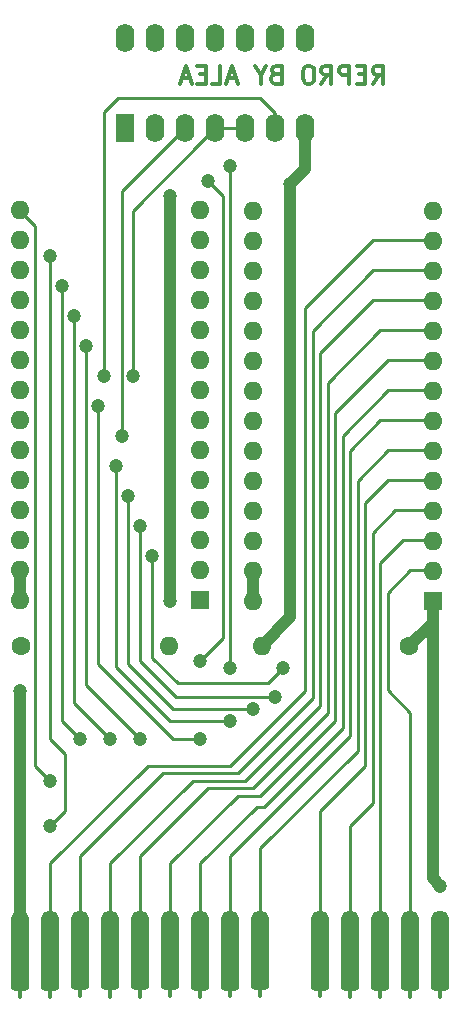
<source format=gbl>
%TF.GenerationSoftware,KiCad,Pcbnew,8.0.6+1*%
%TF.CreationDate,2024-12-12T19:09:56+01:00*%
%TF.ProjectId,QL_ROM_Cartridge_original,514c5f52-4f4d-45f4-9361-727472696467,0*%
%TF.SameCoordinates,Original*%
%TF.FileFunction,Copper,L2,Bot*%
%TF.FilePolarity,Positive*%
%FSLAX46Y46*%
G04 Gerber Fmt 4.6, Leading zero omitted, Abs format (unit mm)*
G04 Created by KiCad (PCBNEW 8.0.6+1) date 2024-12-12 19:09:56*
%MOMM*%
%LPD*%
G01*
G04 APERTURE LIST*
G04 Aperture macros list*
%AMRoundRect*
0 Rectangle with rounded corners*
0 $1 Rounding radius*
0 $2 $3 $4 $5 $6 $7 $8 $9 X,Y pos of 4 corners*
0 Add a 4 corners polygon primitive as box body*
4,1,4,$2,$3,$4,$5,$6,$7,$8,$9,$2,$3,0*
0 Add four circle primitives for the rounded corners*
1,1,$1+$1,$2,$3*
1,1,$1+$1,$4,$5*
1,1,$1+$1,$6,$7*
1,1,$1+$1,$8,$9*
0 Add four rect primitives between the rounded corners*
20,1,$1+$1,$2,$3,$4,$5,0*
20,1,$1+$1,$4,$5,$6,$7,0*
20,1,$1+$1,$6,$7,$8,$9,0*
20,1,$1+$1,$8,$9,$2,$3,0*%
G04 Aperture macros list end*
%ADD10C,0.300000*%
%TA.AperFunction,NonConductor*%
%ADD11C,0.300000*%
%TD*%
%TA.AperFunction,EtchedComponent*%
%ADD12C,0.300000*%
%TD*%
%TA.AperFunction,ComponentPad*%
%ADD13R,1.600000X1.600000*%
%TD*%
%TA.AperFunction,ComponentPad*%
%ADD14O,1.600000X1.600000*%
%TD*%
%TA.AperFunction,ConnectorPad*%
%ADD15RoundRect,0.228600X-0.533400X-2.271400X0.533400X-2.271400X0.533400X2.271400X-0.533400X2.271400X0*%
%TD*%
%TA.AperFunction,ConnectorPad*%
%ADD16RoundRect,0.762000X-0.000010X-1.738000X0.000010X-1.738000X0.000010X1.738000X-0.000010X1.738000X0*%
%TD*%
%TA.AperFunction,ComponentPad*%
%ADD17C,1.600000*%
%TD*%
%TA.AperFunction,ComponentPad*%
%ADD18R,1.600000X2.400000*%
%TD*%
%TA.AperFunction,ComponentPad*%
%ADD19O,1.600000X2.400000*%
%TD*%
%TA.AperFunction,ViaPad*%
%ADD20C,1.200000*%
%TD*%
%TA.AperFunction,Conductor*%
%ADD21C,1.000000*%
%TD*%
%TA.AperFunction,Conductor*%
%ADD22C,0.250000*%
%TD*%
%ADD23C,0.350000*%
G04 APERTURE END LIST*
D10*
D11*
X32372142Y78061672D02*
X32872142Y78775958D01*
X33229285Y78061672D02*
X33229285Y79561672D01*
X33229285Y79561672D02*
X32657856Y79561672D01*
X32657856Y79561672D02*
X32514999Y79490243D01*
X32514999Y79490243D02*
X32443570Y79418815D01*
X32443570Y79418815D02*
X32372142Y79275958D01*
X32372142Y79275958D02*
X32372142Y79061672D01*
X32372142Y79061672D02*
X32443570Y78918815D01*
X32443570Y78918815D02*
X32514999Y78847386D01*
X32514999Y78847386D02*
X32657856Y78775958D01*
X32657856Y78775958D02*
X33229285Y78775958D01*
X31729285Y78847386D02*
X31229285Y78847386D01*
X31014999Y78061672D02*
X31729285Y78061672D01*
X31729285Y78061672D02*
X31729285Y79561672D01*
X31729285Y79561672D02*
X31014999Y79561672D01*
X30372142Y78061672D02*
X30372142Y79561672D01*
X30372142Y79561672D02*
X29800713Y79561672D01*
X29800713Y79561672D02*
X29657856Y79490243D01*
X29657856Y79490243D02*
X29586427Y79418815D01*
X29586427Y79418815D02*
X29514999Y79275958D01*
X29514999Y79275958D02*
X29514999Y79061672D01*
X29514999Y79061672D02*
X29586427Y78918815D01*
X29586427Y78918815D02*
X29657856Y78847386D01*
X29657856Y78847386D02*
X29800713Y78775958D01*
X29800713Y78775958D02*
X30372142Y78775958D01*
X28014999Y78061672D02*
X28514999Y78775958D01*
X28872142Y78061672D02*
X28872142Y79561672D01*
X28872142Y79561672D02*
X28300713Y79561672D01*
X28300713Y79561672D02*
X28157856Y79490243D01*
X28157856Y79490243D02*
X28086427Y79418815D01*
X28086427Y79418815D02*
X28014999Y79275958D01*
X28014999Y79275958D02*
X28014999Y79061672D01*
X28014999Y79061672D02*
X28086427Y78918815D01*
X28086427Y78918815D02*
X28157856Y78847386D01*
X28157856Y78847386D02*
X28300713Y78775958D01*
X28300713Y78775958D02*
X28872142Y78775958D01*
X27086427Y79561672D02*
X26800713Y79561672D01*
X26800713Y79561672D02*
X26657856Y79490243D01*
X26657856Y79490243D02*
X26514999Y79347386D01*
X26514999Y79347386D02*
X26443570Y79061672D01*
X26443570Y79061672D02*
X26443570Y78561672D01*
X26443570Y78561672D02*
X26514999Y78275958D01*
X26514999Y78275958D02*
X26657856Y78133100D01*
X26657856Y78133100D02*
X26800713Y78061672D01*
X26800713Y78061672D02*
X27086427Y78061672D01*
X27086427Y78061672D02*
X27229285Y78133100D01*
X27229285Y78133100D02*
X27372142Y78275958D01*
X27372142Y78275958D02*
X27443570Y78561672D01*
X27443570Y78561672D02*
X27443570Y79061672D01*
X27443570Y79061672D02*
X27372142Y79347386D01*
X27372142Y79347386D02*
X27229285Y79490243D01*
X27229285Y79490243D02*
X27086427Y79561672D01*
X24157856Y78847386D02*
X23943570Y78775958D01*
X23943570Y78775958D02*
X23872141Y78704529D01*
X23872141Y78704529D02*
X23800713Y78561672D01*
X23800713Y78561672D02*
X23800713Y78347386D01*
X23800713Y78347386D02*
X23872141Y78204529D01*
X23872141Y78204529D02*
X23943570Y78133100D01*
X23943570Y78133100D02*
X24086427Y78061672D01*
X24086427Y78061672D02*
X24657856Y78061672D01*
X24657856Y78061672D02*
X24657856Y79561672D01*
X24657856Y79561672D02*
X24157856Y79561672D01*
X24157856Y79561672D02*
X24014999Y79490243D01*
X24014999Y79490243D02*
X23943570Y79418815D01*
X23943570Y79418815D02*
X23872141Y79275958D01*
X23872141Y79275958D02*
X23872141Y79133100D01*
X23872141Y79133100D02*
X23943570Y78990243D01*
X23943570Y78990243D02*
X24014999Y78918815D01*
X24014999Y78918815D02*
X24157856Y78847386D01*
X24157856Y78847386D02*
X24657856Y78847386D01*
X22872141Y78775958D02*
X22872141Y78061672D01*
X23372141Y79561672D02*
X22872141Y78775958D01*
X22872141Y78775958D02*
X22372141Y79561672D01*
X20800713Y78490243D02*
X20086428Y78490243D01*
X20943570Y78061672D02*
X20443570Y79561672D01*
X20443570Y79561672D02*
X19943570Y78061672D01*
X18729285Y78061672D02*
X19443571Y78061672D01*
X19443571Y78061672D02*
X19443571Y79561672D01*
X18229285Y78847386D02*
X17729285Y78847386D01*
X17514999Y78061672D02*
X18229285Y78061672D01*
X18229285Y78061672D02*
X18229285Y79561672D01*
X18229285Y79561672D02*
X17514999Y79561672D01*
X16943570Y78490243D02*
X16229285Y78490243D01*
X17086427Y78061672D02*
X16586427Y79561672D01*
X16586427Y79561672D02*
X16086427Y78061672D01*
D12*
%TO.C,J1*%
X35560000Y732800D02*
X35560000Y1317000D01*
X30480000Y732800D02*
X30480000Y1270000D01*
X20320000Y772800D02*
X20320000Y1382400D01*
X33020000Y732800D02*
X33020000Y1270000D01*
X15240000Y772800D02*
X15240000Y1382400D01*
X10160000Y747400D02*
X10160000Y1357000D01*
X7620000Y772800D02*
X7620000Y1382400D01*
X27940000Y772800D02*
X27940000Y1357000D01*
X22860000Y812800D02*
X22860000Y1397000D01*
X17780000Y747400D02*
X17780000Y1357000D01*
X2540000Y747400D02*
X2540000Y1357000D01*
X12700000Y747400D02*
X12700000Y1382400D01*
X5080000Y747400D02*
X5080000Y1357000D01*
X38100000Y747400D02*
X38100000Y1357000D01*
%TD*%
D13*
%TO.P,IC2,1,VPP*%
%TO.N,VCC*%
X37465000Y34290000D03*
D14*
%TO.P,IC2,2,A12*%
%TO.N,/A12*%
X37465000Y36830000D03*
%TO.P,IC2,3,A7*%
%TO.N,/A7*%
X37465000Y39370000D03*
%TO.P,IC2,4,A6*%
%TO.N,/A6*%
X37465000Y41910000D03*
%TO.P,IC2,5,A5*%
%TO.N,/A5*%
X37465000Y44450000D03*
%TO.P,IC2,6,A4*%
%TO.N,/A4*%
X37465000Y46990000D03*
%TO.P,IC2,7,A3*%
%TO.N,/A3*%
X37465000Y49530000D03*
%TO.P,IC2,8,A2*%
%TO.N,/A2*%
X37465000Y52070000D03*
%TO.P,IC2,9,A1*%
%TO.N,/A1*%
X37465000Y54610000D03*
%TO.P,IC2,10,A0*%
%TO.N,/A0*%
X37465000Y57150000D03*
%TO.P,IC2,11,D0*%
%TO.N,/D0*%
X37465000Y59690000D03*
%TO.P,IC2,12,D1*%
%TO.N,/D1*%
X37465000Y62230000D03*
%TO.P,IC2,13,D2*%
%TO.N,/D2*%
X37465000Y64770000D03*
%TO.P,IC2,14,GND*%
%TO.N,GND*%
X37465000Y67310000D03*
%TO.P,IC2,15,D3*%
%TO.N,/D3*%
X22225000Y67310000D03*
%TO.P,IC2,16,D4*%
%TO.N,/D4*%
X22225000Y64770000D03*
%TO.P,IC2,17,D5*%
%TO.N,/D5*%
X22225000Y62230000D03*
%TO.P,IC2,18,D6*%
%TO.N,/D6*%
X22225000Y59690000D03*
%TO.P,IC2,19,D7*%
%TO.N,/D7*%
X22225000Y57150000D03*
%TO.P,IC2,20,~{CE}*%
%TO.N,/U2_CE*%
X22225000Y54610000D03*
%TO.P,IC2,21,A10*%
%TO.N,/A10*%
X22225000Y52070000D03*
%TO.P,IC2,22,~{OE}*%
%TO.N,/U_ROMOE*%
X22225000Y49530000D03*
%TO.P,IC2,23,A11*%
%TO.N,/A11*%
X22225000Y46990000D03*
%TO.P,IC2,24,A9*%
%TO.N,/A9*%
X22225000Y44450000D03*
%TO.P,IC2,25,A8*%
%TO.N,/A8*%
X22225000Y41910000D03*
%TO.P,IC2,26,A13*%
%TO.N,/A13*%
X22225000Y39370000D03*
%TO.P,IC2,27,~{PGM}*%
%TO.N,VCC*%
X22225000Y36830000D03*
%TO.P,IC2,28,VCC*%
X22225000Y34290000D03*
%TD*%
D15*
%TO.P,J1,2,N/C*%
%TO.N,unconnected-(J1-Pad2)*%
X38100000Y3810000D03*
D16*
X38100000Y5548000D03*
D15*
%TO.P,J1,4,A12*%
%TO.N,/A12*%
X35560000Y3770000D03*
D16*
X35560000Y5548000D03*
%TO.P,J1,6,A7*%
%TO.N,/A7*%
X33020000Y5548000D03*
D15*
X33020000Y3770000D03*
D16*
%TO.P,J1,8,A6*%
%TO.N,/A6*%
X30480000Y5548000D03*
D15*
X30480000Y3770000D03*
%TO.P,J1,10,A5*%
%TO.N,/A5*%
X27940000Y3810000D03*
D16*
X27940000Y5588000D03*
D15*
%TO.P,J1,12,A4*%
%TO.N,/A4*%
X22860000Y3850000D03*
D16*
X22860000Y5588000D03*
%TO.P,J1,14,A3*%
%TO.N,/A3*%
X20320000Y5548000D03*
D15*
X20320000Y3810000D03*
%TO.P,J1,16,A2*%
%TO.N,/A2*%
X17780000Y3810000D03*
D16*
X17780000Y5548000D03*
D15*
%TO.P,J1,18,A1*%
%TO.N,/A1*%
X15240000Y3820800D03*
D16*
X15240000Y5548000D03*
%TO.P,J1,20,A0*%
%TO.N,/A0*%
X12700000Y5548000D03*
D15*
X12700000Y3820800D03*
%TO.P,J1,22,D0*%
%TO.N,/D0*%
X10160000Y3820800D03*
D16*
X10160000Y5548000D03*
D15*
%TO.P,J1,24,D1*%
%TO.N,/D1*%
X7594600Y3820800D03*
D16*
X7620000Y5588000D03*
%TO.P,J1,26,D2*%
%TO.N,/D2*%
X5080000Y5548000D03*
D15*
X5080000Y3810000D03*
D16*
%TO.P,J1,28,GND*%
%TO.N,GND*%
X2540000Y5548000D03*
D15*
X2540000Y3810000D03*
%TD*%
D13*
%TO.P,IC1,1,VPP*%
%TO.N,VCC*%
X17785000Y34300000D03*
D14*
%TO.P,IC1,2,A12*%
%TO.N,/A12*%
X17785000Y36840000D03*
%TO.P,IC1,3,A7*%
%TO.N,/A7*%
X17785000Y39380000D03*
%TO.P,IC1,4,A6*%
%TO.N,/A6*%
X17785000Y41920000D03*
%TO.P,IC1,5,A5*%
%TO.N,/A5*%
X17785000Y44460000D03*
%TO.P,IC1,6,A4*%
%TO.N,/A4*%
X17785000Y47000000D03*
%TO.P,IC1,7,A3*%
%TO.N,/A3*%
X17785000Y49540000D03*
%TO.P,IC1,8,A2*%
%TO.N,/A2*%
X17785000Y52080000D03*
%TO.P,IC1,9,A1*%
%TO.N,/A1*%
X17785000Y54620000D03*
%TO.P,IC1,10,A0*%
%TO.N,/A0*%
X17785000Y57160000D03*
%TO.P,IC1,11,D0*%
%TO.N,/D0*%
X17785000Y59700000D03*
%TO.P,IC1,12,D1*%
%TO.N,/D1*%
X17785000Y62240000D03*
%TO.P,IC1,13,D2*%
%TO.N,/D2*%
X17785000Y64780000D03*
%TO.P,IC1,14,GND*%
%TO.N,GND*%
X17785000Y67320000D03*
%TO.P,IC1,15,D3*%
%TO.N,/D3*%
X2545000Y67320000D03*
%TO.P,IC1,16,D4*%
%TO.N,/D4*%
X2545000Y64780000D03*
%TO.P,IC1,17,D5*%
%TO.N,/D5*%
X2545000Y62240000D03*
%TO.P,IC1,18,D6*%
%TO.N,/D6*%
X2545000Y59700000D03*
%TO.P,IC1,19,D7*%
%TO.N,/D7*%
X2545000Y57160000D03*
%TO.P,IC1,20,~{CE}*%
%TO.N,/U1_CE*%
X2545000Y54620000D03*
%TO.P,IC1,21,A10*%
%TO.N,/A10*%
X2545000Y52080000D03*
%TO.P,IC1,22,~{OE}*%
%TO.N,/U_ROMOE*%
X2545000Y49540000D03*
%TO.P,IC1,23,A11*%
%TO.N,/A11*%
X2545000Y47000000D03*
%TO.P,IC1,24,A9*%
%TO.N,/A9*%
X2545000Y44460000D03*
%TO.P,IC1,25,A8*%
%TO.N,/A8*%
X2545000Y41920000D03*
%TO.P,IC1,26,A13*%
%TO.N,/A13*%
X2545000Y39380000D03*
%TO.P,IC1,27,~{PGM}*%
%TO.N,VCC*%
X2545000Y36840000D03*
%TO.P,IC1,28,VCC*%
X2545000Y34300000D03*
%TD*%
D17*
%TO.P,C1,1*%
%TO.N,VCC*%
X2620000Y30480000D03*
D14*
%TO.P,C1,2*%
%TO.N,GND*%
X15120000Y30480000D03*
%TD*%
D17*
%TO.P,C2,1*%
%TO.N,VCC*%
X35460000Y30480000D03*
D14*
%TO.P,C2,2*%
%TO.N,GND*%
X22960000Y30480000D03*
%TD*%
D18*
%TO.P,IC3,1*%
%TO.N,/A15*%
X11430000Y74295000D03*
D19*
%TO.P,IC3,2*%
%TO.N,/ROMOE*%
X13970000Y74295000D03*
%TO.P,IC3,3*%
%TO.N,/U_ROMOE*%
X16510000Y74295000D03*
%TO.P,IC3,4*%
%TO.N,/U2_CE*%
X19050000Y74295000D03*
%TO.P,IC3,5*%
X21590000Y74295000D03*
%TO.P,IC3,6*%
%TO.N,/U1_CE*%
X24130000Y74295000D03*
%TO.P,IC3,7,GND*%
%TO.N,GND*%
X26670000Y74295000D03*
%TO.P,IC3,8*%
%TO.N,/U2_CE*%
X26670000Y81915000D03*
%TO.P,IC3,9*%
%TO.N,/A14*%
X24130000Y81915000D03*
%TO.P,IC3,10*%
%TO.N,/A15*%
X21590000Y81915000D03*
%TO.P,IC3,11*%
%TO.N,unconnected-(IC3-Pad11)*%
X19050000Y81915000D03*
%TO.P,IC3,12*%
%TO.N,unconnected-(IC3-Pad12)*%
X16510000Y81915000D03*
%TO.P,IC3,13*%
%TO.N,unconnected-(IC3-Pad13)*%
X13970000Y81915000D03*
%TO.P,IC3,14,VCC*%
%TO.N,VCC*%
X11430000Y81915000D03*
%TD*%
D20*
%TO.N,VCC*%
X38100000Y10160000D03*
X15240000Y34275000D03*
X15240000Y68580000D03*
%TO.N,GND*%
X25400000Y69596000D03*
X2540000Y26670000D03*
%TO.N,/D3*%
X5080000Y19050000D03*
%TO.N,/D4*%
X5080000Y63500000D03*
X5080000Y15240000D03*
%TO.N,/D5*%
X7620000Y22606000D03*
X6096000Y60960000D03*
%TO.N,/D6*%
X7112000Y58420000D03*
X10160000Y22606000D03*
%TO.N,/D7*%
X8128000Y55880000D03*
X12700000Y22606000D03*
%TO.N,/A15*%
X18415000Y69850000D03*
X17780000Y29210000D03*
%TO.N,/A10*%
X17780000Y22606000D03*
X9144000Y50800000D03*
%TO.N,/ROMOE*%
X20320000Y28575000D03*
X20320000Y71120000D03*
%TO.N,/A11*%
X20320000Y24130000D03*
X10668000Y45720000D03*
%TO.N,/A9*%
X11684000Y43180000D03*
X22225000Y25146000D03*
%TO.N,/A8*%
X12700000Y40640000D03*
X24130000Y26162000D03*
%TO.N,/A13*%
X24765000Y28575000D03*
X13716000Y38100000D03*
%TO.N,/U1_CE*%
X9652000Y53340000D03*
%TO.N,/U2_CE*%
X12065000Y53340000D03*
%TO.N,/U_ROMOE*%
X11176000Y48260000D03*
%TD*%
D21*
%TO.N,VCC*%
X37465000Y32385000D02*
X35460000Y30480000D01*
X37465000Y34290000D02*
X37465000Y32385000D01*
X2545000Y36815000D02*
X2545000Y34275000D01*
X22225000Y36830000D02*
X22225000Y34290000D01*
X37465000Y10795000D02*
X38100000Y10160000D01*
X37465000Y32512000D02*
X37465000Y10795000D01*
X15240000Y34275000D02*
X15240000Y68580000D01*
%TO.N,GND*%
X26670000Y70866000D02*
X25400000Y69596000D01*
X25395000Y63505000D02*
X25400000Y63500000D01*
X25400000Y63500000D02*
X25400000Y32920000D01*
X25400000Y32920000D02*
X22960000Y30480000D01*
X25400000Y69596000D02*
X25395000Y63505000D01*
X2540000Y26670000D02*
X2540000Y5548000D01*
X26670000Y74295000D02*
X26670000Y70866000D01*
D22*
%TO.N,/D3*%
X3810000Y66030000D02*
X2545000Y67295000D01*
X5080000Y19050000D02*
X3810000Y20320000D01*
X3810000Y20320000D02*
X3810000Y66030000D01*
%TO.N,/D4*%
X5080000Y63500000D02*
X5080000Y22545960D01*
X6350000Y21275960D02*
X6350000Y16510000D01*
X6350000Y16510000D02*
X5080000Y15240000D01*
X5080000Y22545960D02*
X6350000Y21275960D01*
%TO.N,/D2*%
X5080000Y7747000D02*
X5080000Y12065000D01*
X26670000Y26670000D02*
X26670000Y59055000D01*
X32395000Y64780000D02*
X37465000Y64780000D01*
X13335000Y20320000D02*
X20320000Y20320000D01*
X5080000Y12065000D02*
X13335000Y20320000D01*
X20320000Y20320000D02*
X26670000Y26670000D01*
X26670000Y59055000D02*
X32395000Y64780000D01*
%TO.N,/D5*%
X7620000Y22606000D02*
X6096000Y24130000D01*
X6096000Y24130000D02*
X6096000Y60960000D01*
%TO.N,/D1*%
X20955000Y19685000D02*
X27305000Y26035000D01*
X7620000Y7787000D02*
X7620000Y12700000D01*
X27305000Y26035000D02*
X27305000Y57150000D01*
X32395000Y62240000D02*
X37465000Y62240000D01*
X7620000Y12700000D02*
X14605000Y19685000D01*
X14605000Y19685000D02*
X20955000Y19685000D01*
X27305000Y57150000D02*
X32395000Y62240000D01*
%TO.N,/D6*%
X7112000Y25654000D02*
X7112000Y58420000D01*
X10160000Y22606000D02*
X7112000Y25654000D01*
%TO.N,/D0*%
X27940000Y25400000D02*
X27940000Y55245000D01*
X27940000Y55245000D02*
X32395000Y59700000D01*
X32395000Y59700000D02*
X37465000Y59700000D01*
X10160000Y12065000D02*
X17145000Y19050000D01*
X21590000Y19050000D02*
X27940000Y25400000D01*
X17145000Y19050000D02*
X21590000Y19050000D01*
X10160000Y7747000D02*
X10160000Y12065000D01*
%TO.N,/D7*%
X12700000Y22606000D02*
X8128000Y27178000D01*
X8128000Y27178000D02*
X8128000Y55880000D01*
%TO.N,/A0*%
X18415000Y18415000D02*
X22225000Y18415000D01*
X33030000Y57160000D02*
X37465000Y57160000D01*
X12700000Y7747000D02*
X12700000Y12700000D01*
X28575000Y52705000D02*
X33030000Y57160000D01*
X28575000Y24765000D02*
X28575000Y52705000D01*
X12700000Y12700000D02*
X18415000Y18415000D01*
X22225000Y18415000D02*
X28575000Y24765000D01*
%TO.N,/A15*%
X19685000Y68580000D02*
X18415000Y69850000D01*
X17780000Y29210000D02*
X19685000Y31115000D01*
X19685000Y31115000D02*
X19685000Y68580000D01*
%TO.N,/A1*%
X22860000Y17780000D02*
X29210000Y24130000D01*
X20955000Y17780000D02*
X22860000Y17780000D01*
X15240000Y12065000D02*
X20955000Y17780000D01*
X15240000Y7747000D02*
X15240000Y12065000D01*
X33665000Y54620000D02*
X37465000Y54620000D01*
X29210000Y24130000D02*
X29210000Y50165000D01*
X29210000Y50165000D02*
X33665000Y54620000D01*
%TO.N,/A10*%
X9144000Y28956000D02*
X9144000Y50800000D01*
X15494000Y22606000D02*
X9144000Y28956000D01*
X17780000Y22606000D02*
X15494000Y22606000D01*
%TO.N,/A2*%
X17780000Y12065000D02*
X22542500Y16827500D01*
X22542500Y16827500D02*
X23177500Y16827500D01*
X23177500Y16827500D02*
X29845000Y23495000D01*
X29845000Y23495000D02*
X29845000Y48260000D01*
X29845000Y48260000D02*
X33665000Y52080000D01*
X17780000Y7747000D02*
X17780000Y12065000D01*
X33665000Y52080000D02*
X37465000Y52080000D01*
%TO.N,/ROMOE*%
X20320000Y28575000D02*
X20320000Y71120000D01*
%TO.N,/A3*%
X20320000Y12700000D02*
X30480000Y22860000D01*
X20320000Y7747000D02*
X20320000Y12700000D01*
X30480000Y46990000D02*
X30480000Y22860000D01*
X33030000Y49540000D02*
X30480000Y46990000D01*
X37465000Y49540000D02*
X33030000Y49540000D01*
%TO.N,/A11*%
X10668000Y28702000D02*
X10668000Y45720000D01*
X20320000Y24130000D02*
X15240000Y24130000D01*
X15240000Y24130000D02*
X10668000Y28702000D01*
%TO.N,/A4*%
X31115000Y44450000D02*
X31115000Y21590000D01*
X33665000Y47000000D02*
X31115000Y44450000D01*
X31115000Y21590000D02*
X22860000Y13335000D01*
X37465000Y47000000D02*
X33665000Y47000000D01*
X22860000Y13335000D02*
X22860000Y7787000D01*
%TO.N,/A9*%
X15494000Y25146000D02*
X11684000Y28956000D01*
X11684000Y28956000D02*
X11684000Y43180000D01*
X22225000Y25146000D02*
X15494000Y25146000D01*
%TO.N,/A5*%
X27940000Y16510000D02*
X31750000Y20320000D01*
X27940000Y7787000D02*
X27940000Y16510000D01*
X31750000Y20320000D02*
X31750000Y42545000D01*
X31750000Y42545000D02*
X33665000Y44460000D01*
X33665000Y44460000D02*
X37465000Y44460000D01*
%TO.N,/A8*%
X15748000Y26162000D02*
X12700000Y29210000D01*
X24130000Y26162000D02*
X15748000Y26162000D01*
X12700000Y29210000D02*
X12700000Y40640000D01*
%TO.N,/A6*%
X32385000Y40005000D02*
X34300000Y41920000D01*
X34300000Y41920000D02*
X37465000Y41920000D01*
X30480000Y15240000D02*
X32385000Y17145000D01*
X32385000Y17145000D02*
X32385000Y40005000D01*
X30480000Y7747000D02*
X30480000Y15240000D01*
%TO.N,/A13*%
X13716000Y29464000D02*
X15875000Y27305000D01*
X23495000Y27305000D02*
X24765000Y28575000D01*
X13716000Y38100000D02*
X13716000Y29464000D01*
X15875000Y27305000D02*
X23495000Y27305000D01*
%TO.N,/A7*%
X34935000Y39380000D02*
X37465000Y39380000D01*
X33020000Y37465000D02*
X34935000Y39380000D01*
X33020000Y5548000D02*
X33020000Y37465000D01*
%TO.N,/A12*%
X35570000Y36840000D02*
X33655000Y34925000D01*
X33655000Y34925000D02*
X33655000Y31750000D01*
X37465000Y36840000D02*
X35570000Y36840000D01*
X33652500Y32387500D02*
X33652500Y26672500D01*
X35560000Y24765000D02*
X35560000Y5548000D01*
X33655000Y31750000D02*
X33652500Y31752500D01*
X33652500Y26672500D02*
X35560000Y24765000D01*
%TO.N,/U1_CE*%
X9652000Y75692000D02*
X10795000Y76835000D01*
X10795000Y76835000D02*
X22860000Y76835000D01*
X22860000Y76835000D02*
X24125000Y75570000D01*
X9652000Y53340000D02*
X9652000Y75692000D01*
X24125000Y75570000D02*
X24125000Y74280000D01*
%TO.N,/U2_CE*%
X21585000Y74280000D02*
X19494520Y74280000D01*
X19050000Y74295000D02*
X17145713Y72390713D01*
X17145713Y72390713D02*
X17145713Y72389287D01*
X12065000Y67310000D02*
X12065000Y66675000D01*
X12065000Y53340000D02*
X12065000Y66675000D01*
X19050000Y74295000D02*
X12065000Y67310000D01*
%TO.N,/U_ROMOE*%
X11176000Y48260000D02*
X11140489Y48295511D01*
X16510000Y74295000D02*
X11140489Y68925489D01*
X11140489Y48295511D02*
X11140489Y68925489D01*
%TD*%
D23*
X38100000Y10160000D03*
X15240000Y34275000D03*
X15240000Y68580000D03*
X25400000Y69596000D03*
X2540000Y26670000D03*
X5080000Y19050000D03*
X5080000Y63500000D03*
X5080000Y15240000D03*
X7620000Y22606000D03*
X6096000Y60960000D03*
X7112000Y58420000D03*
X10160000Y22606000D03*
X8128000Y55880000D03*
X12700000Y22606000D03*
X18415000Y69850000D03*
X17780000Y29210000D03*
X17780000Y22606000D03*
X9144000Y50800000D03*
X20320000Y28575000D03*
X20320000Y71120000D03*
X20320000Y24130000D03*
X10668000Y45720000D03*
X11684000Y43180000D03*
X22225000Y25146000D03*
X12700000Y40640000D03*
X24130000Y26162000D03*
X24765000Y28575000D03*
X13716000Y38100000D03*
X9652000Y53340000D03*
X12065000Y53340000D03*
X11176000Y48260000D03*
X37465000Y34290000D03*
X37465000Y36830000D03*
X37465000Y39370000D03*
X37465000Y41910000D03*
X37465000Y44450000D03*
X37465000Y46990000D03*
X37465000Y49530000D03*
X37465000Y52070000D03*
X37465000Y54610000D03*
X37465000Y57150000D03*
X37465000Y59690000D03*
X37465000Y62230000D03*
X37465000Y64770000D03*
X37465000Y67310000D03*
X22225000Y67310000D03*
X22225000Y64770000D03*
X22225000Y62230000D03*
X22225000Y59690000D03*
X22225000Y57150000D03*
X22225000Y54610000D03*
X22225000Y52070000D03*
X22225000Y49530000D03*
X22225000Y46990000D03*
X22225000Y44450000D03*
X22225000Y41910000D03*
X22225000Y39370000D03*
X22225000Y36830000D03*
X22225000Y34290000D03*
X17785000Y34300000D03*
X17785000Y36840000D03*
X17785000Y39380000D03*
X17785000Y41920000D03*
X17785000Y44460000D03*
X17785000Y47000000D03*
X17785000Y49540000D03*
X17785000Y52080000D03*
X17785000Y54620000D03*
X17785000Y57160000D03*
X17785000Y59700000D03*
X17785000Y62240000D03*
X17785000Y64780000D03*
X17785000Y67320000D03*
X2545000Y67320000D03*
X2545000Y64780000D03*
X2545000Y62240000D03*
X2545000Y59700000D03*
X2545000Y57160000D03*
X2545000Y54620000D03*
X2545000Y52080000D03*
X2545000Y49540000D03*
X2545000Y47000000D03*
X2545000Y44460000D03*
X2545000Y41920000D03*
X2545000Y39380000D03*
X2545000Y36840000D03*
X2545000Y34300000D03*
X2620000Y30480000D03*
X15120000Y30480000D03*
X35460000Y30480000D03*
X22960000Y30480000D03*
X11430000Y74295000D03*
X13970000Y74295000D03*
X16510000Y74295000D03*
X19050000Y74295000D03*
X21590000Y74295000D03*
X24130000Y74295000D03*
X26670000Y74295000D03*
X26670000Y81915000D03*
X24130000Y81915000D03*
X21590000Y81915000D03*
X19050000Y81915000D03*
X16510000Y81915000D03*
X13970000Y81915000D03*
X11430000Y81915000D03*
M02*

</source>
